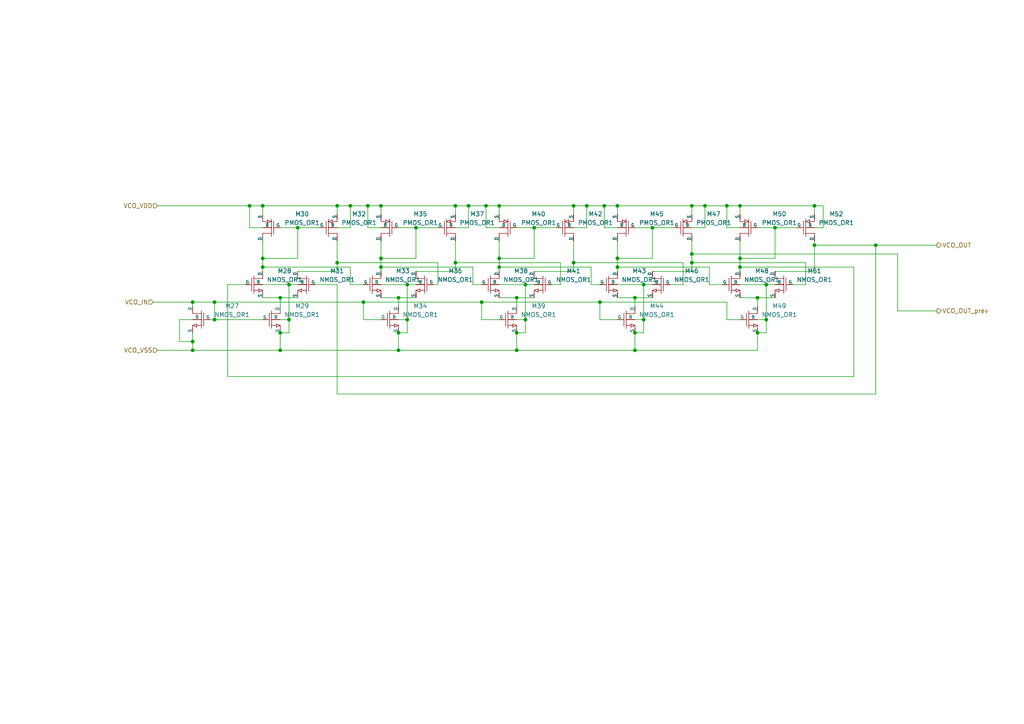
<source format=kicad_sch>
(kicad_sch (version 20230121) (generator eeschema)
  (paper "A4")
  (lib_symbols
    (symbol "OR1Symbols:NMOS_OR1" (pin_numbers hide) (pin_names (offset 0))
      (property "Reference" "M" (at 8.89 5.08 0))
      (property "Value" "NMOS_OR1" (at 8.89 2.54 0))
      (symbol "NMOS_OR1_0_1"
        (polyline (pts (xy 0 0) (xy 1.905 0)))
        (polyline (pts (xy 1.905 1.905) (xy 1.905 -1.905)))
        (polyline (pts (xy 2.54 -2.54) (xy 2.54 2.54)))
        (polyline (pts (xy 2.54 -1.651) (xy 3.937 -1.651)))
        (polyline (pts (xy 2.54 0) (xy 5.08 0)))
        (polyline (pts (xy 2.54 1.778) (xy 5.08 1.778)))
        (polyline (pts (xy 3.937 -2.159) (xy 3.937 -1.27)))
        (polyline (pts (xy 3.937 -1.27) (xy 5.08 -1.651)))
        (polyline (pts (xy 5.08 -1.651) (xy 3.937 -2.159)))
        (polyline (pts (xy 5.08 -1.651) (xy 5.08 -3.81)))
        (polyline (pts (xy 5.08 1.778) (xy 5.08 3.81)))
      )
      (symbol "NMOS_OR1_1_1"
        (pin passive line (at 5.08 3.81 270) (length 1.27) (name "D") (number "1"))
        (pin passive line (at 0 0 0) (length 1.27) (name "G") (number "2"))
        (pin passive line (at 5.08 -3.81 90) (length 1.27) (name "S") (number "3"))
        (pin passive line (at 5.08 0 180) (length 2.54) (name "B") (number "4"))
      )
    )
    (symbol "OR1Symbols:PMOS_OR1" (pin_numbers hide) (pin_names (offset 0))
      (property "Reference" "M" (at 8.89 5.08 0))
      (property "Value" "PMOS_OR1" (at 8.89 2.54 0))
      (symbol "PMOS_OR1_0_1"
        (polyline (pts (xy 0 0) (xy 1.905 0)))
        (polyline (pts (xy 1.905 1.905) (xy 1.905 -1.905)))
        (polyline (pts (xy 2.54 -2.54) (xy 2.54 2.54)))
        (polyline (pts (xy 2.54 -1.651) (xy 5.08 -1.651)))
        (polyline (pts (xy 2.54 0) (xy 5.08 0)))
        (polyline (pts (xy 2.54 1.778) (xy 3.683 2.286)))
        (polyline (pts (xy 3.683 1.397) (xy 2.54 1.778)))
        (polyline (pts (xy 3.683 1.397) (xy 3.683 2.286)))
        (polyline (pts (xy 3.683 1.778) (xy 5.08 1.778)))
        (polyline (pts (xy 5.08 -1.651) (xy 5.08 -3.81)))
        (polyline (pts (xy 5.08 1.778) (xy 5.08 3.81)))
      )
      (symbol "PMOS_OR1_1_1"
        (pin passive line (at 5.08 -3.81 90) (length 1.27) (name "D") (number "1"))
        (pin passive line (at 0 0 0) (length 1.27) (name "G") (number "2"))
        (pin passive line (at 5.08 3.81 270) (length 1.27) (name "S") (number "3"))
        (pin passive line (at 5.08 0 180) (length 2.54) (name "B") (number "4"))
      )
    )
  )
  (junction (at 101.6 59.69))
  (junction (at 106.68 59.69))
  (junction (at 186.69 92.71))
  (junction (at 55.88 87.63))
  (junction (at 214.63 74.93))
  (junction (at 236.22 59.69))
  (junction (at 179.07 77.47))
  (junction (at 97.79 76.2))
  (junction (at 144.78 59.69))
  (junction (at 140.97 59.69))
  (junction (at 170.18 59.69))
  (junction (at 173.99 87.63))
  (junction (at 81.28 86.36))
  (junction (at 97.79 59.69))
  (junction (at 219.71 86.36))
  (junction (at 214.63 77.47))
  (junction (at 175.26 59.69))
  (junction (at 118.11 92.71))
  (junction (at 166.37 76.2))
  (junction (at 139.7 87.63))
  (junction (at 189.23 66.04))
  (junction (at 200.66 59.69))
  (junction (at 110.49 59.69))
  (junction (at 132.08 76.2))
  (junction (at 105.41 87.63))
  (junction (at 144.78 74.93))
  (junction (at 210.82 59.69))
  (junction (at 149.86 86.36))
  (junction (at 55.88 101.6))
  (junction (at 152.4 82.55))
  (junction (at 186.69 82.55))
  (junction (at 115.57 101.6))
  (junction (at 120.65 66.04))
  (junction (at 224.79 66.04))
  (junction (at 76.2 77.47))
  (junction (at 179.07 59.69))
  (junction (at 62.23 92.71))
  (junction (at 204.47 59.69))
  (junction (at 115.57 96.52))
  (junction (at 184.15 101.6))
  (junction (at 166.37 59.69))
  (junction (at 81.28 101.6))
  (junction (at 83.82 92.71))
  (junction (at 81.28 96.52))
  (junction (at 149.86 96.52))
  (junction (at 86.36 66.04))
  (junction (at 55.88 99.06))
  (junction (at 115.57 86.36))
  (junction (at 184.15 96.52))
  (junction (at 132.08 59.69))
  (junction (at 144.78 77.47))
  (junction (at 76.2 74.93))
  (junction (at 236.22 71.12))
  (junction (at 118.11 82.55))
  (junction (at 83.82 82.55))
  (junction (at 200.66 73.66))
  (junction (at 154.94 66.04))
  (junction (at 219.71 96.52))
  (junction (at 110.49 74.93))
  (junction (at 76.2 59.69))
  (junction (at 135.89 59.69))
  (junction (at 179.07 74.93))
  (junction (at 152.4 92.71))
  (junction (at 62.23 87.63))
  (junction (at 222.25 82.55))
  (junction (at 184.15 86.36))
  (junction (at 222.25 92.71))
  (junction (at 149.86 101.6))
  (junction (at 110.49 77.47))
  (junction (at 200.66 76.2))
  (junction (at 254 71.12))
  (junction (at 214.63 59.69))
  (junction (at 72.39 59.69))
  (wire (pts (xy 144.78 77.47) (xy 144.78 78.74)))
  (wire (pts (xy 115.57 86.36) (xy 120.65 86.36)))
  (wire (pts (xy 186.69 82.55) (xy 186.69 92.71)))
  (wire (pts (xy 210.82 66.04) (xy 214.63 66.04)))
  (wire (pts (xy 110.49 86.36) (xy 115.57 86.36)))
  (wire (pts (xy 179.07 74.93) (xy 189.23 74.93)))
  (wire (pts (xy 260.35 73.66) (xy 260.35 90.17)))
  (wire (pts (xy 144.78 92.71) (xy 139.7 92.71)))
  (wire (pts (xy 72.39 66.04) (xy 72.39 59.69)))
  (wire (pts (xy 200.66 78.74) (xy 189.23 78.74)))
  (wire (pts (xy 204.47 66.04) (xy 204.47 59.69)))
  (wire (pts (xy 210.82 92.71) (xy 214.63 92.71)))
  (wire (pts (xy 120.65 66.04) (xy 127 66.04)))
  (wire (pts (xy 166.37 59.69) (xy 166.37 62.23)))
  (wire (pts (xy 81.28 66.04) (xy 86.36 66.04)))
  (wire (pts (xy 236.22 78.74) (xy 224.79 78.74)))
  (wire (pts (xy 115.57 86.36) (xy 115.57 88.9)))
  (wire (pts (xy 200.66 76.2) (xy 233.68 76.2)))
  (wire (pts (xy 127 76.2) (xy 127 82.55)))
  (wire (pts (xy 118.11 92.71) (xy 118.11 96.52)))
  (wire (pts (xy 97.79 69.85) (xy 97.79 76.2)))
  (wire (pts (xy 110.49 74.93) (xy 120.65 74.93)))
  (wire (pts (xy 149.86 66.04) (xy 154.94 66.04)))
  (wire (pts (xy 198.12 76.2) (xy 198.12 82.55)))
  (wire (pts (xy 236.22 69.85) (xy 236.22 71.12)))
  (wire (pts (xy 97.79 76.2) (xy 127 76.2)))
  (wire (pts (xy 66.04 82.55) (xy 71.12 82.55)))
  (wire (pts (xy 229.87 82.55) (xy 233.68 82.55)))
  (wire (pts (xy 214.63 74.93) (xy 214.63 77.47)))
  (wire (pts (xy 186.69 92.71) (xy 186.69 96.52)))
  (wire (pts (xy 214.63 74.93) (xy 224.79 74.93)))
  (wire (pts (xy 166.37 69.85) (xy 166.37 76.2)))
  (wire (pts (xy 200.66 73.66) (xy 260.35 73.66)))
  (wire (pts (xy 205.74 82.55) (xy 209.55 82.55)))
  (wire (pts (xy 44.45 87.63) (xy 55.88 87.63)))
  (wire (pts (xy 214.63 62.23) (xy 214.63 59.69)))
  (wire (pts (xy 144.78 82.55) (xy 152.4 82.55)))
  (wire (pts (xy 236.22 59.69) (xy 236.22 62.23)))
  (wire (pts (xy 149.86 92.71) (xy 152.4 92.71)))
  (wire (pts (xy 210.82 59.69) (xy 214.63 59.69)))
  (wire (pts (xy 101.6 59.69) (xy 101.6 66.04)))
  (wire (pts (xy 144.78 62.23) (xy 144.78 59.69)))
  (wire (pts (xy 173.99 87.63) (xy 210.82 87.63)))
  (wire (pts (xy 76.2 74.93) (xy 86.36 74.93)))
  (wire (pts (xy 81.28 86.36) (xy 81.28 88.9)))
  (wire (pts (xy 171.45 77.47) (xy 171.45 82.55)))
  (wire (pts (xy 55.88 96.52) (xy 55.88 99.06)))
  (wire (pts (xy 210.82 59.69) (xy 210.82 66.04)))
  (wire (pts (xy 118.11 96.52) (xy 115.57 96.52)))
  (wire (pts (xy 132.08 76.2) (xy 132.08 78.74)))
  (wire (pts (xy 106.68 66.04) (xy 106.68 59.69)))
  (wire (pts (xy 222.25 92.71) (xy 222.25 96.52)))
  (wire (pts (xy 166.37 76.2) (xy 198.12 76.2)))
  (wire (pts (xy 184.15 66.04) (xy 189.23 66.04)))
  (wire (pts (xy 110.49 66.04) (xy 106.68 66.04)))
  (wire (pts (xy 55.88 99.06) (xy 55.88 101.6)))
  (wire (pts (xy 247.65 77.47) (xy 247.65 109.22)))
  (wire (pts (xy 152.4 82.55) (xy 152.4 92.71)))
  (wire (pts (xy 152.4 82.55) (xy 154.94 82.55)))
  (wire (pts (xy 186.69 82.55) (xy 189.23 82.55)))
  (wire (pts (xy 62.23 92.71) (xy 76.2 92.71)))
  (wire (pts (xy 76.2 59.69) (xy 72.39 59.69)))
  (wire (pts (xy 140.97 66.04) (xy 144.78 66.04)))
  (wire (pts (xy 236.22 66.04) (xy 238.76 66.04)))
  (wire (pts (xy 86.36 66.04) (xy 86.36 74.93)))
  (wire (pts (xy 125.73 82.55) (xy 127 82.55)))
  (wire (pts (xy 219.71 86.36) (xy 224.79 86.36)))
  (wire (pts (xy 55.88 92.71) (xy 52.07 92.71)))
  (wire (pts (xy 254 114.3) (xy 254 71.12)))
  (wire (pts (xy 81.28 96.52) (xy 81.28 101.6)))
  (wire (pts (xy 166.37 78.74) (xy 154.94 78.74)))
  (wire (pts (xy 224.79 66.04) (xy 224.79 74.93)))
  (wire (pts (xy 45.72 59.69) (xy 72.39 59.69)))
  (wire (pts (xy 115.57 101.6) (xy 149.86 101.6)))
  (wire (pts (xy 166.37 76.2) (xy 166.37 78.74)))
  (wire (pts (xy 81.28 92.71) (xy 83.82 92.71)))
  (wire (pts (xy 175.26 59.69) (xy 179.07 59.69)))
  (wire (pts (xy 62.23 87.63) (xy 62.23 92.71)))
  (wire (pts (xy 189.23 66.04) (xy 189.23 74.93)))
  (wire (pts (xy 66.04 109.22) (xy 66.04 82.55)))
  (wire (pts (xy 214.63 77.47) (xy 247.65 77.47)))
  (wire (pts (xy 179.07 82.55) (xy 186.69 82.55)))
  (wire (pts (xy 219.71 66.04) (xy 224.79 66.04)))
  (wire (pts (xy 81.28 101.6) (xy 115.57 101.6)))
  (wire (pts (xy 170.18 59.69) (xy 170.18 66.04)))
  (wire (pts (xy 86.36 66.04) (xy 92.71 66.04)))
  (wire (pts (xy 101.6 77.47) (xy 101.6 82.55)))
  (wire (pts (xy 137.16 77.47) (xy 137.16 82.55)))
  (wire (pts (xy 166.37 59.69) (xy 170.18 59.69)))
  (wire (pts (xy 91.44 82.55) (xy 97.79 82.55)))
  (wire (pts (xy 110.49 77.47) (xy 110.49 78.74)))
  (wire (pts (xy 236.22 71.12) (xy 236.22 78.74)))
  (wire (pts (xy 110.49 62.23) (xy 110.49 59.69)))
  (wire (pts (xy 179.07 77.47) (xy 205.74 77.47)))
  (wire (pts (xy 120.65 66.04) (xy 120.65 74.93)))
  (wire (pts (xy 139.7 87.63) (xy 173.99 87.63)))
  (wire (pts (xy 184.15 96.52) (xy 184.15 101.6)))
  (wire (pts (xy 173.99 92.71) (xy 173.99 87.63)))
  (wire (pts (xy 219.71 86.36) (xy 219.71 88.9)))
  (wire (pts (xy 152.4 92.71) (xy 152.4 96.52)))
  (wire (pts (xy 144.78 69.85) (xy 144.78 74.93)))
  (wire (pts (xy 140.97 59.69) (xy 144.78 59.69)))
  (wire (pts (xy 135.89 66.04) (xy 135.89 59.69)))
  (wire (pts (xy 115.57 66.04) (xy 120.65 66.04)))
  (wire (pts (xy 152.4 96.52) (xy 149.86 96.52)))
  (wire (pts (xy 179.07 77.47) (xy 179.07 78.74)))
  (wire (pts (xy 154.94 66.04) (xy 161.29 66.04)))
  (wire (pts (xy 137.16 82.55) (xy 139.7 82.55)))
  (wire (pts (xy 214.63 82.55) (xy 222.25 82.55)))
  (wire (pts (xy 115.57 96.52) (xy 115.57 101.6)))
  (wire (pts (xy 76.2 74.93) (xy 76.2 77.47)))
  (wire (pts (xy 184.15 101.6) (xy 219.71 101.6)))
  (wire (pts (xy 200.66 73.66) (xy 200.66 76.2)))
  (wire (pts (xy 238.76 59.69) (xy 236.22 59.69)))
  (wire (pts (xy 81.28 86.36) (xy 86.36 86.36)))
  (wire (pts (xy 166.37 66.04) (xy 170.18 66.04)))
  (wire (pts (xy 132.08 66.04) (xy 135.89 66.04)))
  (wire (pts (xy 97.79 76.2) (xy 97.79 78.74)))
  (wire (pts (xy 101.6 66.04) (xy 97.79 66.04)))
  (wire (pts (xy 200.66 59.69) (xy 200.66 62.23)))
  (wire (pts (xy 236.22 71.12) (xy 254 71.12)))
  (wire (pts (xy 170.18 59.69) (xy 175.26 59.69)))
  (wire (pts (xy 135.89 59.69) (xy 140.97 59.69)))
  (wire (pts (xy 222.25 82.55) (xy 224.79 82.55)))
  (wire (pts (xy 52.07 99.06) (xy 55.88 99.06)))
  (wire (pts (xy 144.78 74.93) (xy 144.78 77.47)))
  (wire (pts (xy 110.49 92.71) (xy 105.41 92.71)))
  (wire (pts (xy 171.45 82.55) (xy 173.99 82.55)))
  (wire (pts (xy 101.6 59.69) (xy 106.68 59.69)))
  (wire (pts (xy 260.35 90.17) (xy 271.78 90.17)))
  (wire (pts (xy 105.41 87.63) (xy 139.7 87.63)))
  (wire (pts (xy 214.63 77.47) (xy 214.63 78.74)))
  (wire (pts (xy 76.2 82.55) (xy 83.82 82.55)))
  (wire (pts (xy 184.15 92.71) (xy 186.69 92.71)))
  (wire (pts (xy 184.15 86.36) (xy 189.23 86.36)))
  (wire (pts (xy 149.86 86.36) (xy 149.86 88.9)))
  (wire (pts (xy 214.63 86.36) (xy 219.71 86.36)))
  (wire (pts (xy 247.65 109.22) (xy 66.04 109.22)))
  (wire (pts (xy 97.79 59.69) (xy 101.6 59.69)))
  (wire (pts (xy 179.07 69.85) (xy 179.07 74.93)))
  (wire (pts (xy 76.2 77.47) (xy 76.2 78.74)))
  (wire (pts (xy 76.2 77.47) (xy 101.6 77.47)))
  (wire (pts (xy 76.2 59.69) (xy 97.79 59.69)))
  (wire (pts (xy 224.79 66.04) (xy 231.14 66.04)))
  (wire (pts (xy 118.11 82.55) (xy 120.65 82.55)))
  (wire (pts (xy 60.96 92.71) (xy 62.23 92.71)))
  (wire (pts (xy 132.08 78.74) (xy 120.65 78.74)))
  (wire (pts (xy 132.08 59.69) (xy 135.89 59.69)))
  (wire (pts (xy 101.6 82.55) (xy 105.41 82.55)))
  (wire (pts (xy 76.2 86.36) (xy 81.28 86.36)))
  (wire (pts (xy 83.82 92.71) (xy 83.82 96.52)))
  (wire (pts (xy 179.07 62.23) (xy 179.07 59.69)))
  (wire (pts (xy 115.57 92.71) (xy 118.11 92.71)))
  (wire (pts (xy 204.47 59.69) (xy 210.82 59.69)))
  (wire (pts (xy 110.49 74.93) (xy 110.49 77.47)))
  (wire (pts (xy 219.71 92.71) (xy 222.25 92.71)))
  (wire (pts (xy 97.79 114.3) (xy 254 114.3)))
  (wire (pts (xy 214.63 59.69) (xy 236.22 59.69)))
  (wire (pts (xy 139.7 92.71) (xy 139.7 87.63)))
  (wire (pts (xy 162.56 76.2) (xy 162.56 82.55)))
  (wire (pts (xy 132.08 76.2) (xy 162.56 76.2)))
  (wire (pts (xy 154.94 66.04) (xy 154.94 74.93)))
  (wire (pts (xy 76.2 62.23) (xy 76.2 59.69)))
  (wire (pts (xy 55.88 87.63) (xy 62.23 87.63)))
  (wire (pts (xy 184.15 86.36) (xy 184.15 88.9)))
  (wire (pts (xy 97.79 59.69) (xy 97.79 62.23)))
  (wire (pts (xy 219.71 96.52) (xy 219.71 101.6)))
  (wire (pts (xy 149.86 101.6) (xy 184.15 101.6)))
  (wire (pts (xy 200.66 69.85) (xy 200.66 73.66)))
  (wire (pts (xy 83.82 96.52) (xy 81.28 96.52)))
  (wire (pts (xy 110.49 59.69) (xy 132.08 59.69)))
  (wire (pts (xy 179.07 86.36) (xy 184.15 86.36)))
  (wire (pts (xy 45.72 101.6) (xy 55.88 101.6)))
  (wire (pts (xy 76.2 66.04) (xy 72.39 66.04)))
  (wire (pts (xy 205.74 77.47) (xy 205.74 82.55)))
  (wire (pts (xy 76.2 69.85) (xy 76.2 74.93)))
  (wire (pts (xy 110.49 77.47) (xy 137.16 77.47)))
  (wire (pts (xy 210.82 87.63) (xy 210.82 92.71)))
  (wire (pts (xy 238.76 66.04) (xy 238.76 59.69)))
  (wire (pts (xy 62.23 87.63) (xy 105.41 87.63)))
  (wire (pts (xy 118.11 82.55) (xy 118.11 92.71)))
  (wire (pts (xy 222.25 96.52) (xy 219.71 96.52)))
  (wire (pts (xy 175.26 59.69) (xy 175.26 66.04)))
  (wire (pts (xy 175.26 66.04) (xy 179.07 66.04)))
  (wire (pts (xy 110.49 69.85) (xy 110.49 74.93)))
  (wire (pts (xy 189.23 66.04) (xy 195.58 66.04)))
  (wire (pts (xy 200.66 76.2) (xy 200.66 78.74)))
  (wire (pts (xy 144.78 74.93) (xy 154.94 74.93)))
  (wire (pts (xy 162.56 82.55) (xy 160.02 82.55)))
  (wire (pts (xy 186.69 96.52) (xy 184.15 96.52)))
  (wire (pts (xy 144.78 86.36) (xy 149.86 86.36)))
  (wire (pts (xy 132.08 59.69) (xy 132.08 62.23)))
  (wire (pts (xy 179.07 92.71) (xy 173.99 92.71)))
  (wire (pts (xy 144.78 59.69) (xy 166.37 59.69)))
  (wire (pts (xy 194.31 82.55) (xy 198.12 82.55)))
  (wire (pts (xy 200.66 66.04) (xy 204.47 66.04)))
  (wire (pts (xy 140.97 59.69) (xy 140.97 66.04)))
  (wire (pts (xy 97.79 78.74) (xy 86.36 78.74)))
  (wire (pts (xy 110.49 82.55) (xy 118.11 82.55)))
  (wire (pts (xy 52.07 92.71) (xy 52.07 99.06)))
  (wire (pts (xy 233.68 76.2) (xy 233.68 82.55)))
  (wire (pts (xy 254 71.12) (xy 271.78 71.12)))
  (wire (pts (xy 214.63 69.85) (xy 214.63 74.93)))
  (wire (pts (xy 222.25 82.55) (xy 222.25 92.71)))
  (wire (pts (xy 55.88 101.6) (xy 81.28 101.6)))
  (wire (pts (xy 149.86 86.36) (xy 154.94 86.36)))
  (wire (pts (xy 105.41 92.71) (xy 105.41 87.63)))
  (wire (pts (xy 179.07 74.93) (xy 179.07 77.47)))
  (wire (pts (xy 149.86 96.52) (xy 149.86 101.6)))
  (wire (pts (xy 200.66 59.69) (xy 204.47 59.69)))
  (wire (pts (xy 55.88 87.63) (xy 55.88 88.9)))
  (wire (pts (xy 83.82 82.55) (xy 86.36 82.55)))
  (wire (pts (xy 83.82 82.55) (xy 83.82 92.71)))
  (wire (pts (xy 144.78 77.47) (xy 171.45 77.47)))
  (wire (pts (xy 132.08 69.85) (xy 132.08 76.2)))
  (wire (pts (xy 179.07 59.69) (xy 200.66 59.69)))
  (wire (pts (xy 106.68 59.69) (xy 110.49 59.69)))
  (wire (pts (xy 97.79 82.55) (xy 97.79 114.3)))
  (hierarchical_label "VCO_OUT" (shape output) (at 271.78 71.12 0))
  (hierarchical_label "VCO_OUT_prev" (shape output) (at 271.78 90.17 0))
  (hierarchical_label "VCO_VDD" (shape input) (at 45.72 59.69 180))
  (hierarchical_label "VCO_IN" (shape input) (at 44.45 87.63 180))
  (hierarchical_label "VCO_VSS" (shape input) (at 45.72 101.6 180))
  (symbol (lib_id "OR1Symbols:NMOS_OR1") (at 110.49 92.71 0) (unit 1)
    (property "Reference" "M34" (at 121.92 88.7477 0))
    (property "Value" "NMOS_OR1" (at 121.92 91.2877 0))
    (property "Sim.Pins" "1=1 2=2 3=3 4=4" (effects hide))
    (property "Sim.Device" "SPICE" (effects hide))
    (property "Sim.Params" "type=\"M\" model=\"NMOS_OR1 l=1u w=2u\" lib=\"\"" (effects hide))
    (instances (project "" (path "" (reference "M34") (unit 1))) (project "tb" (path "" (reference "M34") (unit 1))) (project "tb_VCO_comp" (path "" (reference "M34") (unit 1))) (project "tb" (path "" (reference "M34") (unit 1))) (project "cc_osc" (path "" (reference "M15") (unit 1)) (path "" (reference "M34") (unit 1))) (project "VCO" (path "" (reference "M34") (unit 1))) (project "VCO_buf" (path "" (reference "M34") (unit 1)) (path "" (reference "M8") (unit 1))) (project "VCO_comp" (path "" (reference "M34") (unit 1))) (project "tb_VCO_buf" (path "" (reference "M8") (unit 1))))
  )
  (symbol (lib_id "OR1Symbols:NMOS_OR1") (at 214.63 92.71 0) (unit 1)
    (property "Reference" "M49" (at 226.06 88.7477 0))
    (property "Value" "NMOS_OR1" (at 226.06 91.2877 0))
    (property "Sim.Pins" "1=1 2=2 3=3 4=4" (effects hide))
    (property "Sim.Device" "SPICE" (effects hide))
    (property "Sim.Params" "type=\"M\" model=\"NMOS_OR1 l=1u w=2u\" lib=\"\"" (effects hide))
    (instances (project "" (path "" (reference "M49") (unit 1))) (project "tb" (path "" (reference "M49") (unit 1))) (project "tb_VCO_comp" (path "" (reference "M49") (unit 1))) (project "tb" (path "" (reference "M49") (unit 1))) (project "cc_osc" (path "" (reference "M24") (unit 1)) (path "" (reference "M49") (unit 1))) (project "VCO" (path "" (reference "M49") (unit 1))) (project "VCO_buf" (path "" (reference "M49") (unit 1)) (path "" (reference "M23") (unit 1))) (project "VCO_comp" (path "" (reference "M49") (unit 1))) (project "tb_VCO_buf" (path "" (reference "M23") (unit 1))))
  )
  (symbol (lib_id "OR1Symbols:PMOS_OR1") (at 92.71 66.04 0) (unit 1)
    (property "Reference" "M32" (at 104.14 62.0777 0))
    (property "Value" "PMOS_OR1" (at 104.14 64.6177 0))
    (property "Sim.Pins" "1=1 2=2 3=3 4=4" (effects hide))
    (property "Sim.Device" "SPICE" (effects hide))
    (property "Sim.Params" "type=\"M\" model=\"PMOS_OR1 l=1u w=6u\" lib=\"\"" (effects hide))
    (instances (project "" (path "" (reference "M32") (unit 1))) (project "tb" (path "" (reference "M32") (unit 1))) (project "tb_VCO_comp" (path "" (reference "M32") (unit 1))) (project "tb" (path "" (reference "M32") (unit 1))) (project "cc_osc" (path "" (reference "M2") (unit 1)) (path "" (reference "M32") (unit 1))) (project "VCO" (path "" (reference "M32") (unit 1))) (project "VCO_buf" (path "" (reference "M32") (unit 1)) (path "" (reference "M6") (unit 1))) (project "VCO_comp" (path "" (reference "M32") (unit 1))) (project "tb_VCO_buf" (path "" (reference "M6") (unit 1))))
  )
  (symbol (lib_id "OR1Symbols:NMOS_OR1") (at 173.99 82.55 0) (unit 1)
    (property "Reference" "M43" (at 185.42 78.5877 0))
    (property "Value" "NMOS_OR1" (at 185.42 81.1277 0))
    (property "Sim.Pins" "1=1 2=2 3=3 4=4" (effects hide))
    (property "Sim.Device" "SPICE" (effects hide))
    (property "Sim.Params" "type=\"M\" model=\"NMOS_OR1 l=1u w=2u\" lib=\"\"" (effects hide))
    (instances (project "" (path "" (reference "M43") (unit 1))) (project "tb" (path "" (reference "M43") (unit 1))) (project "tb_VCO_comp" (path "" (reference "M43") (unit 1))) (project "tb" (path "" (reference "M43") (unit 1))) (project "cc_osc" (path "" (reference "M20") (unit 1)) (path "" (reference "M43") (unit 1))) (project "VCO" (path "" (reference "M43") (unit 1))) (project "VCO_buf" (path "" (reference "M43") (unit 1)) (path "" (reference "M17") (unit 1))) (project "VCO_comp" (path "" (reference "M43") (unit 1))) (project "tb_VCO_buf" (path "" (reference "M17") (unit 1))))
  )
  (symbol (lib_id "OR1Symbols:PMOS_OR1") (at 231.14 66.04 0) (unit 1)
    (property "Reference" "M52" (at 242.57 62.0777 0))
    (property "Value" "PMOS_OR1" (at 242.57 64.6177 0))
    (property "Sim.Pins" "1=1 2=2 3=3 4=4" (effects hide))
    (property "Sim.Device" "SPICE" (effects hide))
    (property "Sim.Params" "type=\"M\" model=\"PMOS_OR1 l=1u w=6u\" lib=\"\"" (effects hide))
    (instances (project "" (path "" (reference "M52") (unit 1))) (project "tb" (path "" (reference "M52") (unit 1))) (project "tb_VCO_comp" (path "" (reference "M52") (unit 1))) (project "tb" (path "" (reference "M52") (unit 1))) (project "cc_osc" (path "" (reference "M10") (unit 1)) (path "" (reference "M52") (unit 1))) (project "VCO" (path "" (reference "M52") (unit 1))) (project "VCO_buf" (path "" (reference "M52") (unit 1)) (path "" (reference "M26") (unit 1))) (project "VCO_comp" (path "" (reference "M52") (unit 1))) (project "tb_VCO_buf" (path "" (reference "M26") (unit 1))))
  )
  (symbol (lib_id "OR1Symbols:PMOS_OR1") (at 195.58 66.04 0) (unit 1)
    (property "Reference" "M47" (at 207.01 62.0777 0))
    (property "Value" "PMOS_OR1" (at 207.01 64.6177 0))
    (property "Sim.Pins" "1=1 2=2 3=3 4=4" (effects hide))
    (property "Sim.Device" "SPICE" (effects hide))
    (property "Sim.Params" "type=\"M\" model=\"PMOS_OR1 l=1u w=6u\" lib=\"\"" (effects hide))
    (instances (project "" (path "" (reference "M47") (unit 1))) (project "tb" (path "" (reference "M47") (unit 1))) (project "tb_VCO_comp" (path "" (reference "M47") (unit 1))) (project "tb" (path "" (reference "M47") (unit 1))) (project "cc_osc" (path "" (reference "M8") (unit 1)) (path "" (reference "M47") (unit 1))) (project "VCO" (path "" (reference "M47") (unit 1))) (project "VCO_buf" (path "" (reference "M47") (unit 1)) (path "" (reference "M21") (unit 1))) (project "VCO_comp" (path "" (reference "M47") (unit 1))) (project "tb_VCO_buf" (path "" (reference "M21") (unit 1))))
  )
  (symbol (lib_id "OR1Symbols:PMOS_OR1") (at 81.28 66.04 0) (mirror y) (unit 1)
    (property "Reference" "M30" (at 87.63 62.0777 0))
    (property "Value" "PMOS_OR1" (at 87.63 64.6177 0))
    (property "Sim.Pins" "1=1 2=2 3=3 4=4" (effects hide))
    (property "Sim.Device" "SPICE" (effects hide))
    (property "Sim.Params" "type=\"M\" model=\"PMOS_OR1 l=1u w=6u\" lib=\"\"" (effects hide))
    (instances (project "" (path "" (reference "M30") (unit 1))) (project "tb" (path "" (reference "M30") (unit 1))) (project "tb_VCO_comp" (path "" (reference "M30") (unit 1))) (project "tb" (path "" (reference "M30") (unit 1))) (project "cc_osc" (path "" (reference "M1") (unit 1)) (path "" (reference "M30") (unit 1))) (project "VCO" (path "" (reference "M30") (unit 1))) (project "VCO_buf" (path "" (reference "M30") (unit 1)) (path "" (reference "M4") (unit 1))) (project "VCO_comp" (path "" (reference "M30") (unit 1))) (project "tb_VCO_buf" (path "" (reference "M4") (unit 1))))
  )
  (symbol (lib_id "OR1Symbols:NMOS_OR1") (at 194.31 82.55 0) (mirror y) (unit 1)
    (property "Reference" "M46" (at 200.66 78.5877 0))
    (property "Value" "NMOS_OR1" (at 200.66 81.1277 0))
    (property "Sim.Pins" "1=1 2=2 3=3 4=4" (effects hide))
    (property "Sim.Device" "SPICE" (effects hide))
    (property "Sim.Params" "type=\"M\" model=\"NMOS_OR1 l=1u w=2u\" lib=\"\"" (effects hide))
    (instances (project "" (path "" (reference "M46") (unit 1))) (project "tb" (path "" (reference "M46") (unit 1))) (project "tb_VCO_comp" (path "" (reference "M46") (unit 1))) (project "tb" (path "" (reference "M46") (unit 1))) (project "cc_osc" (path "" (reference "M22") (unit 1)) (path "" (reference "M46") (unit 1))) (project "VCO" (path "" (reference "M46") (unit 1))) (project "VCO_buf" (path "" (reference "M46") (unit 1)) (path "" (reference "M20") (unit 1))) (project "VCO_comp" (path "" (reference "M46") (unit 1))) (project "tb_VCO_buf" (path "" (reference "M20") (unit 1))))
  )
  (symbol (lib_id "OR1Symbols:PMOS_OR1") (at 149.86 66.04 0) (mirror y) (unit 1)
    (property "Reference" "M40" (at 156.21 62.0777 0))
    (property "Value" "PMOS_OR1" (at 156.21 64.6177 0))
    (property "Sim.Pins" "1=1 2=2 3=3 4=4" (effects hide))
    (property "Sim.Device" "SPICE" (effects hide))
    (property "Sim.Params" "type=\"M\" model=\"PMOS_OR1 l=1u w=6u\" lib=\"\"" (effects hide))
    (instances (project "" (path "" (reference "M40") (unit 1))) (project "tb" (path "" (reference "M40") (unit 1))) (project "tb_VCO_comp" (path "" (reference "M40") (unit 1))) (project "tb" (path "" (reference "M40") (unit 1))) (project "cc_osc" (path "" (reference "M5") (unit 1)) (path "" (reference "M40") (unit 1))) (project "VCO" (path "" (reference "M40") (unit 1))) (project "VCO_buf" (path "" (reference "M40") (unit 1)) (path "" (reference "M14") (unit 1))) (project "VCO_comp" (path "" (reference "M40") (unit 1))) (project "tb_VCO_buf" (path "" (reference "M14") (unit 1))))
  )
  (symbol (lib_id "OR1Symbols:NMOS_OR1") (at 139.7 82.55 0) (unit 1)
    (property "Reference" "M38" (at 151.13 78.5877 0))
    (property "Value" "NMOS_OR1" (at 151.13 81.1277 0))
    (property "Sim.Pins" "1=1 2=2 3=3 4=4" (effects hide))
    (property "Sim.Device" "SPICE" (effects hide))
    (property "Sim.Params" "type=\"M\" model=\"NMOS_OR1 l=1u w=2u\" lib=\"\"" (effects hide))
    (instances (project "" (path "" (reference "M38") (unit 1))) (project "tb" (path "" (reference "M38") (unit 1))) (project "tb_VCO_comp" (path "" (reference "M38") (unit 1))) (project "tb" (path "" (reference "M38") (unit 1))) (project "cc_osc" (path "" (reference "M17") (unit 1)) (path "" (reference "M38") (unit 1))) (project "VCO" (path "" (reference "M38") (unit 1))) (project "VCO_buf" (path "" (reference "M38") (unit 1)) (path "" (reference "M12") (unit 1))) (project "VCO_comp" (path "" (reference "M38") (unit 1))) (project "tb_VCO_buf" (path "" (reference "M12") (unit 1))))
  )
  (symbol (lib_id "OR1Symbols:NMOS_OR1") (at 91.44 82.55 0) (mirror y) (unit 1)
    (property "Reference" "M31" (at 97.79 78.5877 0))
    (property "Value" "NMOS_OR1" (at 97.79 81.1277 0))
    (property "Sim.Pins" "1=1 2=2 3=3 4=4" (effects hide))
    (property "Sim.Device" "SPICE" (effects hide))
    (property "Sim.Params" "type=\"M\" model=\"NMOS_OR1 l=1u w=2u\" lib=\"\"" (effects hide))
    (instances (project "" (path "" (reference "M31") (unit 1))) (project "tb" (path "" (reference "M31") (unit 1))) (project "tb_VCO_comp" (path "" (reference "M31") (unit 1))) (project "tb" (path "" (reference "M31") (unit 1))) (project "cc_osc" (path "" (reference "M12") (unit 1)) (path "" (reference "M31") (unit 1))) (project "VCO" (path "" (reference "M31") (unit 1))) (project "VCO_buf" (path "" (reference "M31") (unit 1)) (path "" (reference "M5") (unit 1))) (project "VCO_comp" (path "" (reference "M31") (unit 1))) (project "tb_VCO_buf" (path "" (reference "M5") (unit 1))))
  )
  (symbol (lib_id "OR1Symbols:NMOS_OR1") (at 60.96 92.71 0) (mirror y) (unit 1)
    (property "Reference" "M27" (at 67.31 88.7477 0))
    (property "Value" "NMOS_OR1" (at 67.31 91.2877 0))
    (property "Sim.Pins" "1=1 2=2 3=3 4=4" (effects hide))
    (property "Sim.Device" "SPICE" (effects hide))
    (property "Sim.Params" "type=\"M\" model=\"NMOS_OR1 l=1u w=2u\" lib=\"\"" (effects hide))
    (instances (project "" (path "" (reference "M27") (unit 1))) (project "tb" (path "" (reference "M27") (unit 1))) (project "tb_VCO_comp" (path "" (reference "M27") (unit 1))) (project "tb" (path "" (reference "M27") (unit 1))) (project "cc_osc" (path "" (reference "M26") (unit 1)) (path "" (reference "M27") (unit 1))) (project "VCO" (path "" (reference "M27") (unit 1))) (project "VCO_buf" (path "" (reference "M27") (unit 1)) (path "" (reference "M1") (unit 1))) (project "VCO_comp" (path "" (reference "M27") (unit 1))) (project "tb_VCO_buf" (path "" (reference "M1") (unit 1))))
  )
  (symbol (lib_id "OR1Symbols:PMOS_OR1") (at 184.15 66.04 0) (mirror y) (unit 1)
    (property "Reference" "M45" (at 190.5 62.0777 0))
    (property "Value" "PMOS_OR1" (at 190.5 64.6177 0))
    (property "Sim.Pins" "1=1 2=2 3=3 4=4" (effects hide))
    (property "Sim.Device" "SPICE" (effects hide))
    (property "Sim.Params" "type=\"M\" model=\"PMOS_OR1 l=1u w=6u\" lib=\"\"" (effects hide))
    (instances (project "" (path "" (reference "M45") (unit 1))) (project "tb" (path "" (reference "M45") (unit 1))) (project "tb_VCO_comp" (path "" (reference "M45") (unit 1))) (project "tb" (path "" (reference "M45") (unit 1))) (project "cc_osc" (path "" (reference "M7") (unit 1)) (path "" (reference "M45") (unit 1))) (project "VCO" (path "" (reference "M45") (unit 1))) (project "VCO_buf" (path "" (reference "M45") (unit 1)) (path "" (reference "M19") (unit 1))) (project "VCO_comp" (path "" (reference "M45") (unit 1))) (project "tb_VCO_buf" (path "" (reference "M19") (unit 1))))
  )
  (symbol (lib_id "OR1Symbols:NMOS_OR1") (at 179.07 92.71 0) (unit 1)
    (property "Reference" "M44" (at 190.5 88.7477 0))
    (property "Value" "NMOS_OR1" (at 190.5 91.2877 0))
    (property "Sim.Pins" "1=1 2=2 3=3 4=4" (effects hide))
    (property "Sim.Device" "SPICE" (effects hide))
    (property "Sim.Params" "type=\"M\" model=\"NMOS_OR1 l=1u w=2u\" lib=\"\"" (effects hide))
    (instances (project "" (path "" (reference "M44") (unit 1))) (project "tb" (path "" (reference "M44") (unit 1))) (project "tb_VCO_comp" (path "" (reference "M44") (unit 1))) (project "tb" (path "" (reference "M44") (unit 1))) (project "cc_osc" (path "" (reference "M21") (unit 1)) (path "" (reference "M44") (unit 1))) (project "VCO" (path "" (reference "M44") (unit 1))) (project "VCO_buf" (path "" (reference "M44") (unit 1)) (path "" (reference "M18") (unit 1))) (project "VCO_comp" (path "" (reference "M44") (unit 1))) (project "tb_VCO_buf" (path "" (reference "M18") (unit 1))))
  )
  (symbol (lib_id "OR1Symbols:PMOS_OR1") (at 127 66.04 0) (unit 1)
    (property "Reference" "M37" (at 138.43 62.0777 0))
    (property "Value" "PMOS_OR1" (at 138.43 64.6177 0))
    (property "Sim.Pins" "1=1 2=2 3=3 4=4" (effects hide))
    (property "Sim.Device" "SPICE" (effects hide))
    (property "Sim.Params" "type=\"M\" model=\"PMOS_OR1 l=1u w=6u\" lib=\"\"" (effects hide))
    (instances (project "" (path "" (reference "M37") (unit 1))) (project "tb" (path "" (reference "M37") (unit 1))) (project "tb_VCO_comp" (path "" (reference "M37") (unit 1))) (project "tb" (path "" (reference "M37") (unit 1))) (project "cc_osc" (path "" (reference "M4") (unit 1)) (path "" (reference "M37") (unit 1))) (project "VCO" (path "" (reference "M37") (unit 1))) (project "VCO_buf" (path "" (reference "M37") (unit 1)) (path "" (reference "M11") (unit 1))) (project "VCO_comp" (path "" (reference "M37") (unit 1))) (project "tb_VCO_buf" (path "" (reference "M11") (unit 1))))
  )
  (symbol (lib_id "OR1Symbols:PMOS_OR1") (at 161.29 66.04 0) (unit 1)
    (property "Reference" "M42" (at 172.72 62.0777 0))
    (property "Value" "PMOS_OR1" (at 172.72 64.6177 0))
    (property "Sim.Pins" "1=1 2=2 3=3 4=4" (effects hide))
    (property "Sim.Device" "SPICE" (effects hide))
    (property "Sim.Params" "type=\"M\" model=\"PMOS_OR1 l=1u w=6u\" lib=\"\"" (effects hide))
    (instances (project "" (path "" (reference "M42") (unit 1))) (project "tb" (path "" (reference "M42") (unit 1))) (project "tb_VCO_comp" (path "" (reference "M42") (unit 1))) (project "tb" (path "" (reference "M42") (unit 1))) (project "cc_osc" (path "" (reference "M6") (unit 1)) (path "" (reference "M42") (unit 1))) (project "VCO" (path "" (reference "M42") (unit 1))) (project "VCO_buf" (path "" (reference "M42") (unit 1)) (path "" (reference "M16") (unit 1))) (project "VCO_comp" (path "" (reference "M42") (unit 1))) (project "tb_VCO_buf" (path "" (reference "M16") (unit 1))))
  )
  (symbol (lib_id "OR1Symbols:NMOS_OR1") (at 160.02 82.55 0) (mirror y) (unit 1)
    (property "Reference" "M41" (at 166.37 78.5877 0))
    (property "Value" "NMOS_OR1" (at 166.37 81.1277 0))
    (property "Sim.Pins" "1=1 2=2 3=3 4=4" (effects hide))
    (property "Sim.Device" "SPICE" (effects hide))
    (property "Sim.Params" "type=\"M\" model=\"NMOS_OR1 l=1u w=2u\" lib=\"\"" (effects hide))
    (instances (project "" (path "" (reference "M41") (unit 1))) (project "tb" (path "" (reference "M41") (unit 1))) (project "tb_VCO_comp" (path "" (reference "M41") (unit 1))) (project "tb" (path "" (reference "M41") (unit 1))) (project "cc_osc" (path "" (reference "M19") (unit 1)) (path "" (reference "M41") (unit 1))) (project "VCO" (path "" (reference "M41") (unit 1))) (project "VCO_buf" (path "" (reference "M41") (unit 1)) (path "" (reference "M15") (unit 1))) (project "VCO_comp" (path "" (reference "M41") (unit 1))) (project "tb_VCO_buf" (path "" (reference "M15") (unit 1))))
  )
  (symbol (lib_id "OR1Symbols:PMOS_OR1") (at 115.57 66.04 0) (mirror y) (unit 1)
    (property "Reference" "M35" (at 121.92 62.0777 0))
    (property "Value" "PMOS_OR1" (at 121.92 64.6177 0))
    (property "Sim.Pins" "1=1 2=2 3=3 4=4" (effects hide))
    (property "Sim.Device" "SPICE" (effects hide))
    (property "Sim.Params" "type=\"M\" model=\"PMOS_OR1 l=1u w=6u\" lib=\"\"" (effects hide))
    (instances (project "" (path "" (reference "M35") (unit 1))) (project "tb" (path "" (reference "M35") (unit 1))) (project "tb_VCO_comp" (path "" (reference "M35") (unit 1))) (project "tb" (path "" (reference "M35") (unit 1))) (project "cc_osc" (path "" (reference "M3") (unit 1)) (path "" (reference "M35") (unit 1))) (project "VCO" (path "" (reference "M35") (unit 1))) (project "VCO_buf" (path "" (reference "M35") (unit 1)) (path "" (reference "M9") (unit 1))) (project "VCO_comp" (path "" (reference "M35") (unit 1))) (project "tb_VCO_buf" (path "" (reference "M9") (unit 1))))
  )
  (symbol (lib_id "OR1Symbols:NMOS_OR1") (at 229.87 82.55 0) (mirror y) (unit 1)
    (property "Reference" "M51" (at 236.22 78.5877 0))
    (property "Value" "NMOS_OR1" (at 236.22 81.1277 0))
    (property "Sim.Pins" "1=1 2=2 3=3 4=4" (effects hide))
    (property "Sim.Device" "SPICE" (effects hide))
    (property "Sim.Params" "type=\"M\" model=\"NMOS_OR1 l=1u w=2u\" lib=\"\"" (effects hide))
    (instances (project "" (path "" (reference "M51") (unit 1))) (project "tb" (path "" (reference "M51") (unit 1))) (project "tb_VCO_comp" (path "" (reference "M51") (unit 1))) (project "tb" (path "" (reference "M51") (unit 1))) (project "cc_osc" (path "" (reference "M25") (unit 1)) (path "" (reference "M51") (unit 1))) (project "VCO" (path "" (reference "M51") (unit 1))) (project "VCO_buf" (path "" (reference "M51") (unit 1)) (path "" (reference "M25") (unit 1))) (project "VCO_comp" (path "" (reference "M51") (unit 1))) (project "tb_VCO_buf" (path "" (reference "M25") (unit 1))))
  )
  (symbol (lib_id "OR1Symbols:NMOS_OR1") (at 105.41 82.55 0) (unit 1)
    (property "Reference" "M33" (at 116.84 78.5877 0))
    (property "Value" "NMOS_OR1" (at 116.84 81.1277 0))
    (property "Sim.Pins" "1=1 2=2 3=3 4=4" (effects hide))
    (property "Sim.Device" "SPICE" (effects hide))
    (property "Sim.Params" "type=\"M\" model=\"NMOS_OR1 l=1u w=2u\" lib=\"\"" (effects hide))
    (instances (project "" (path "" (reference "M33") (unit 1))) (project "tb" (path "" (reference "M33") (unit 1))) (project "tb_VCO_comp" (path "" (reference "M33") (unit 1))) (project "tb" (path "" (reference "M33") (unit 1))) (project "cc_osc" (path "" (reference "M14") (unit 1)) (path "" (reference "M33") (unit 1))) (project "VCO" (path "" (reference "M33") (unit 1))) (project "VCO_buf" (path "" (reference "M33") (unit 1)) (path "" (reference "M7") (unit 1))) (project "VCO_comp" (path "" (reference "M33") (unit 1))) (project "tb_VCO_buf" (path "" (reference "M7") (unit 1))))
  )
  (symbol (lib_id "OR1Symbols:NMOS_OR1") (at 76.2 92.71 0) (unit 1)
    (property "Reference" "M29" (at 87.63 88.7477 0))
    (property "Value" "NMOS_OR1" (at 87.63 91.2877 0))
    (property "Sim.Pins" "1=1 2=2 3=3 4=4" (effects hide))
    (property "Sim.Device" "SPICE" (effects hide))
    (property "Sim.Params" "type=\"M\" model=\"NMOS_OR1 l=1u w=2u\" lib=\"\"" (effects hide))
    (instances (project "" (path "" (reference "M29") (unit 1))) (project "tb" (path "" (reference "M29") (unit 1))) (project "tb_VCO_comp" (path "" (reference "M29") (unit 1))) (project "tb" (path "" (reference "M29") (unit 1))) (project "cc_osc" (path "" (reference "M13") (unit 1)) (path "" (reference "M29") (unit 1))) (project "VCO" (path "" (reference "M29") (unit 1))) (project "VCO_buf" (path "" (reference "M29") (unit 1)) (path "" (reference "M3") (unit 1))) (project "VCO_comp" (path "" (reference "M29") (unit 1))) (project "tb_VCO_buf" (path "" (reference "M3") (unit 1))))
  )
  (symbol (lib_id "OR1Symbols:NMOS_OR1") (at 144.78 92.71 0) (unit 1)
    (property "Reference" "M39" (at 156.21 88.7477 0))
    (property "Value" "NMOS_OR1" (at 156.21 91.2877 0))
    (property "Sim.Pins" "1=1 2=2 3=3 4=4" (effects hide))
    (property "Sim.Device" "SPICE" (effects hide))
    (property "Sim.Params" "type=\"M\" model=\"NMOS_OR1 l=1u w=2u\" lib=\"\"" (effects hide))
    (instances (project "" (path "" (reference "M39") (unit 1))) (project "tb" (path "" (reference "M39") (unit 1))) (project "tb_VCO_comp" (path "" (reference "M39") (unit 1))) (project "tb" (path "" (reference "M39") (unit 1))) (project "cc_osc" (path "" (reference "M18") (unit 1)) (path "" (reference "M39") (unit 1))) (project "VCO" (path "" (reference "M39") (unit 1))) (project "VCO_buf" (path "" (reference "M39") (unit 1)) (path "" (reference "M13") (unit 1))) (project "VCO_comp" (path "" (reference "M39") (unit 1))) (project "tb_VCO_buf" (path "" (reference "M13") (unit 1))))
  )
  (symbol (lib_id "OR1Symbols:PMOS_OR1") (at 219.71 66.04 0) (mirror y) (unit 1)
    (property "Reference" "M50" (at 226.06 62.0777 0))
    (property "Value" "PMOS_OR1" (at 226.06 64.6177 0))
    (property "Sim.Pins" "1=1 2=2 3=3 4=4" (effects hide))
    (property "Sim.Device" "SPICE" (effects hide))
    (property "Sim.Params" "type=\"M\" model=\"PMOS_OR1 l=1u w=6u\" lib=\"\"" (effects hide))
    (instances (project "" (path "" (reference "M50") (unit 1))) (project "tb" (path "" (reference "M50") (unit 1))) (project "tb_VCO_comp" (path "" (reference "M50") (unit 1))) (project "tb" (path "" (reference "M50") (unit 1))) (project "cc_osc" (path "" (reference "M9") (unit 1)) (path "" (reference "M50") (unit 1))) (project "VCO" (path "" (reference "M50") (unit 1))) (project "VCO_buf" (path "" (reference "M50") (unit 1)) (path "" (reference "M24") (unit 1))) (project "VCO_comp" (path "" (reference "M50") (unit 1))) (project "tb_VCO_buf" (path "" (reference "M24") (unit 1))))
  )
  (symbol (lib_id "OR1Symbols:NMOS_OR1") (at 125.73 82.55 0) (mirror y) (unit 1)
    (property "Reference" "M36" (at 132.08 78.5877 0))
    (property "Value" "NMOS_OR1" (at 132.08 81.1277 0))
    (property "Sim.Pins" "1=1 2=2 3=3 4=4" (effects hide))
    (property "Sim.Device" "SPICE" (effects hide))
    (property "Sim.Params" "type=\"M\" model=\"NMOS_OR1 l=1u w=2u\" lib=\"\"" (effects hide))
    (instances (project "" (path "" (reference "M36") (unit 1))) (project "tb" (path "" (reference "M36") (unit 1))) (project "tb_VCO_comp" (path "" (reference "M36") (unit 1))) (project "tb" (path "" (reference "M36") (unit 1))) (project "cc_osc" (path "" (reference "M16") (unit 1)) (path "" (reference "M36") (unit 1))) (project "VCO" (path "" (reference "M36") (unit 1))) (project "VCO_buf" (path "" (reference "M36") (unit 1)) (path "" (reference "M10") (unit 1))) (project "VCO_comp" (path "" (reference "M36") (unit 1))) (project "tb_VCO_buf" (path "" (reference "M10") (unit 1))))
  )
  (symbol (lib_id "OR1Symbols:NMOS_OR1") (at 209.55 82.55 0) (unit 1)
    (property "Reference" "M48" (at 220.98 78.5877 0))
    (property "Value" "NMOS_OR1" (at 220.98 81.1277 0))
    (property "Sim.Pins" "1=1 2=2 3=3 4=4" (effects hide))
    (property "Sim.Device" "SPICE" (effects hide))
    (property "Sim.Params" "type=\"M\" model=\"NMOS_OR1 l=1u w=2u\" lib=\"\"" (effects hide))
    (instances (project "" (path "" (reference "M48") (unit 1))) (project "tb" (path "" (reference "M48") (unit 1))) (project "tb_VCO_comp" (path "" (reference "M48") (unit 1))) (project "tb" (path "" (reference "M48") (unit 1))) (project "cc_osc" (path "" (reference "M23") (unit 1)) (path "" (reference "M48") (unit 1))) (project "VCO" (path "" (reference "M48") (unit 1))) (project "VCO_buf" (path "" (reference "M48") (unit 1)) (path "" (reference "M22") (unit 1))) (project "VCO_comp" (path "" (reference "M48") (unit 1))) (project "tb_VCO_buf" (path "" (reference "M22") (unit 1))))
  )
  (symbol (lib_id "OR1Symbols:NMOS_OR1") (at 71.12 82.55 0) (unit 1)
    (property "Reference" "M28" (at 82.55 78.5877 0))
    (property "Value" "NMOS_OR1" (at 82.55 81.1277 0))
    (property "Sim.Pins" "1=1 2=2 3=3 4=4" (effects hide))
    (property "Sim.Device" "SPICE" (effects hide))
    (property "Sim.Params" "type=\"M\" model=\"NMOS_OR1 l=1u w=2u\" lib=\"\"" (effects hide))
    (instances (project "" (path "" (reference "M28") (unit 1))) (project "tb" (path "" (reference "M28") (unit 1))) (project "tb_VCO_comp" (path "" (reference "M28") (unit 1))) (project "tb" (path "" (reference "M28") (unit 1))) (project "cc_osc" (path "" (reference "M11") (unit 1)) (path "" (reference "M28") (unit 1))) (project "VCO" (path "" (reference "M28") (unit 1))) (project "VCO_buf" (path "" (reference "M28") (unit 1)) (path "" (reference "M2") (unit 1))) (project "VCO_comp" (path "" (reference "M28") (unit 1))) (project "tb_VCO_buf" (path "" (reference "M2") (unit 1))))
  )
)
</source>
